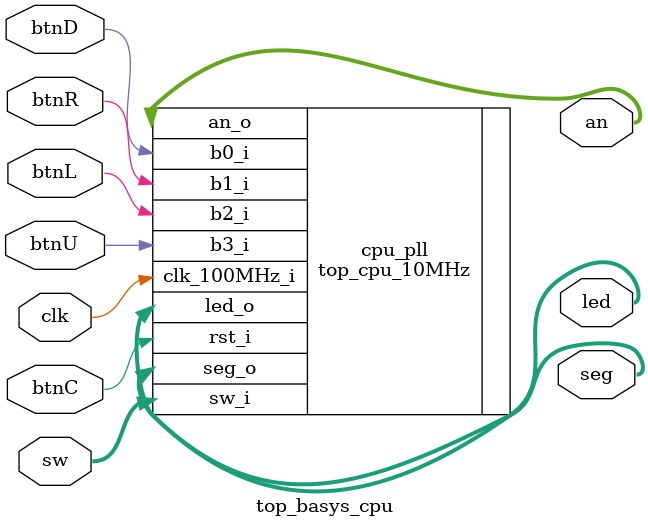
<source format=sv>
`timescale 1ns / 1ps

module top_basys_cpu(
    input  logic            clk,
    input  logic            btnC,
    
    output logic    [15:0]  led,    //leds
    output logic    [6:0]   seg,    //7seg
    output logic    [3:0]   an,     //anodo
    input  logic    [15:0]  sw,     //switches
    input  logic            btnD,   //boton0
    input  logic            btnR,   //boton1
    input  logic            btnL,   //boton2
    input  logic            btnU    //boton3
    //FALTA SENSOR
    );
    
    //CPU FINAL
    top_cpu_10MHz cpu_pll (
    .clk_100MHz_i   (clk),
    .rst_i          (btnC),

    //PERIFERICOS
    .led_o          (led),  //leds
    .seg_o          (seg),  //7seg
    .an_o           (an),   //anodo
    .sw_i           (sw),   //switches
    .b0_i           (btnD), //boton0
    .b1_i           (btnR), //boton1
    .b2_i           (btnL), //boton2
    .b3_i           (btnU)  //boton3
    //FALTA SENSOR
    );
    
endmodule

</source>
